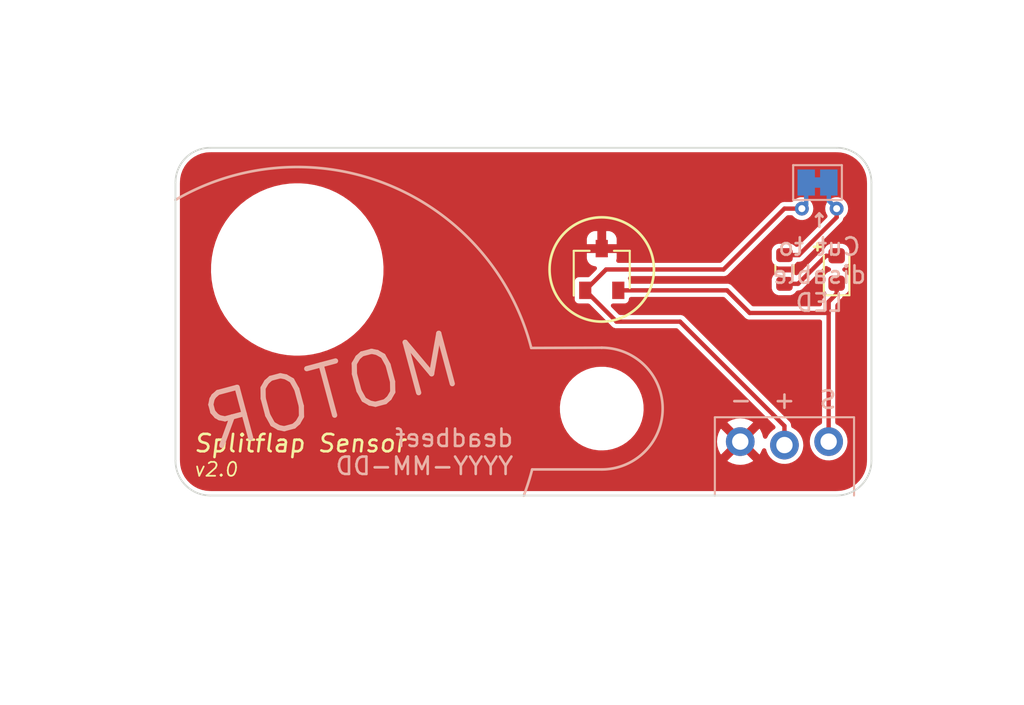
<source format=kicad_pcb>
(kicad_pcb (version 20211014) (generator pcbnew)
  (layers (0 "F.Cu" jumper) (31 "B.Cu" signal) (34 "B.Paste" user) (35 "F.Paste" user) (36 "B.SilkS" user "B.Silkscreen") (37 "F.SilkS" user "F.Silkscreen") (38 "B.Mask" user) (39 "F.Mask" user) (44 "Edge.Cuts" user))
  (property "COMMIT_DATE" "YYYY-MM-DD")
  (property "COMMIT_HASH" "deadbeef")
  (net 0 "")
  (net 1 "/SIGNAL")
  (net 2 "Net-(D1-Pad2)")
  (net 3 "VDD")
  (net 4 "GND")
  (net 5 "Net-(R1-Pad2)")
  (footprint "Resistor_SMD:R_0603_1608Metric" (layer "F.Cu") (at 128 100 90)
    (fp_text reference "R1" hide)
    (fp_text value "1k")
    (fp_line (start -0.237258 0.5225) (end 0.237258 0.5225) (layer "F.SilkS") (width 0.12))
    (fp_line (start -0.237258 -0.5225) (end 0.237258 -0.5225) (layer "F.SilkS") (width 0.12))
    (pad "1" smd roundrect (at -0.825 0 90) (size 0.8 0.95) (layers "F.Cu" "F.Paste" "F.Mask") (net 2 "Net-(D1-Pad2)"))
    (pad "2" smd roundrect (at 0.825 0 90) (size 0.8 0.95) (layers "F.Cu" "F.Paste" "F.Mask") (net 5 "Net-(R1-Pad2)"))
  )
  (footprint "MountingHole:MountingHole_4.3mm_M4_ISO7380" (layer "F.Cu") (at 117.5 108)
    (fp_text reference "H1" hide)
    (fp_text value "MountingHole")
    (pad "" np_thru_hole circle (at 0 0) (size 4.3 4.3) (drill 4.3) (layers *.Cu *.Mask))
  )
  (footprint "Package_TO_SOT_SMD:SOT-23W" (layer "F.Cu") (at 117.5 100 90)
    (fp_text reference "U1" hide)
    (fp_text value "HX6286")
    (fp_line (start 1.075 0.7) (end 1.075 1.61) (layer "F.SilkS") (width 0.12))
    (fp_line (start 1.075 -1.61) (end 1.075 -0.7) (layer "F.SilkS") (width 0.12))
    (fp_line (start -1.075 1.61) (end 1.075 1.61) (layer "F.SilkS") (width 0.12))
    (fp_line (start -1.5 -1.61) (end 1.075 -1.61) (layer "F.SilkS") (width 0.12))
    (pad "1" smd rect (at -1.2 -0.95 90) (size 1 0.7) (layers "F.Cu" "F.Paste" "F.Mask") (net 3 "VDD"))
    (pad "2" smd rect (at -1.2 0.95 90) (size 1 0.7) (layers "F.Cu" "F.Paste" "F.Mask") (net 1 "/SIGNAL"))
    (pad "3" smd rect (at 1.2 0 90) (size 1 0.7) (layers "F.Cu" "F.Paste" "F.Mask") (net 4 "GND"))
  )
  (footprint "sensor_smd_lib:hole_9.4" (layer "F.Cu") (at 100 100)
    (fp_text reference "H2" hide)
    (fp_text value "MountingHole")
    (pad "" np_thru_hole circle (at 0 0) (size 9.4 9.4) (drill 9.4) (layers F&B.Cu *.Mask))
  )
  (footprint "LED_SMD:LED_0603_1608Metric" (layer "F.Cu") (at 131 100 90)
    (fp_text reference "D1" hide)
    (fp_text value "LED RED")
    (fp_line (start -1.485 0.735) (end 0.8 0.735) (layer "F.SilkS") (width 0.12))
    (fp_line (start -1.485 -0.735) (end -1.485 0.735) (layer "F.SilkS") (width 0.12))
    (fp_line (start 0.8 -0.735) (end -1.485 -0.735) (layer "F.SilkS") (width 0.12))
    (pad "1" smd roundrect (at -0.7875 0 90) (size 0.875 0.95) (layers "F.Cu" "F.Paste" "F.Mask") (net 1 "/SIGNAL"))
    (pad "2" smd roundrect (at 0.7875 0 90) (size 0.875 0.95) (layers "F.Cu" "F.Paste" "F.Mask") (net 2 "Net-(D1-Pad2)"))
  )
  (footprint "sensor_smd_lib:header_3" (layer "B.Cu") (at 128 113 180)
    (fp_text reference "J1" hide)
    (fp_text value "HEADER MALE RA")
    (fp_line (start 4 4.5) (end 4 0) (layer "B.SilkS") (width 0.12))
    (fp_line (start -4 0) (end -4 4.5) (layer "B.SilkS") (width 0.12))
    (fp_line (start -4 4.5) (end 4 4.5) (layer "B.SilkS") (width 0.12))
    (pad "1" thru_hole circle (at -2.54 3.1 180) (size 1.65 1.65) (drill 0.94) (layers *.Cu *.Mask) (net 1 "/SIGNAL"))
    (pad "2" thru_hole circle (at 0 2.9 180) (size 1.65 1.65) (drill 0.94) (layers *.Cu *.Mask) (net 3 "VDD"))
    (pad "3" thru_hole circle (at 2.54 3.1 180) (size 1.65 1.65) (drill 0.94) (layers *.Cu *.Mask) (net 4 "GND"))
  )
  (footprint "sensor_smd_lib:SolderJumper-2_P1.3mm_Bridged_Pad1.0x1.5mm" (layer "B.Cu") (at 129.9 95)
    (fp_text reference "JP1" hide)
    (fp_text value "LED enable")
    (fp_poly (pts (xy -0.25 0.3) (xy 0.25 0.3) (xy 0.25 -0.3) (xy -0.25 -0.3)) (layer "B.Cu") (width 0) (fill solid))
    (fp_line (start -1.4 -1) (end -1.4 1) (layer "B.SilkS") (width 0.12))
    (fp_line (start 1.4 1) (end 1.4 -1) (layer "B.SilkS") (width 0.12))
    (fp_line (start -1.4 1) (end 1.4 1) (layer "B.SilkS") (width 0.12))
    (fp_line (start 1.4 -1) (end -1.4 -1) (layer "B.SilkS") (width 0.12))
    (pad "1" smd rect (at -0.65 0) (size 1 1.5) (layers "B.Cu" "B.Mask") (net 3 "VDD"))
    (pad "2" smd rect (at 0.65 0) (size 1 1.5) (layers "B.Cu" "B.Mask") (net 5 "Net-(R1-Pad2)"))
  )
  (gr_line (start 113.447842 104.513523) (end 117.5 104.5) (layer "B.SilkS") (width 0.15))
  (gr_line (start 113.499999 111.5) (end 117.5 111.5) (layer "B.SilkS") (width 0.15))
  (gr_arc (start 113.499999 111.5) (mid 113.279748 112.260078) (end 113.016741 113.006439) (layer "B.SilkS") (width 0.15))
  (gr_arc (start 117.5 104.5) (mid 121 108) (end 117.5 111.5) (layer "B.SilkS") (width 0.15))
  (gr_arc (start 93 96.000001) (mid 105.33982 95.174779) (end 113.447842 104.513523) (layer "B.SilkS") (width 0.15))
  (gr_line (start 129.9 98.5) (end 129.9 98.9) (layer "F.SilkS") (width 0.15))
  (gr_line (start 130.1 98.7) (end 129.7 98.7) (layer "F.SilkS") (width 0.15))
  (gr_circle (center 117.5 100) (end 120.5 100) (layer "F.SilkS") (width 0.15) (fill none))
  (gr_arc (start 93 95) (mid 93.585786 93.585786) (end 95 93) (layer "Edge.Cuts") (width 0.1))
  (gr_arc (start 133 111) (mid 132.414214 112.414214) (end 131 113) (layer "Edge.Cuts") (width 0.1))
  (gr_line (start 95 93) (end 131 93) (layer "Edge.Cuts") (width 0.1))
  (gr_line (start 133 95) (end 133 111) (layer "Edge.Cuts") (width 0.1))
  (gr_line (start 95 113) (end 131 113) (layer "Edge.Cuts") (width 0.1))
  (gr_line (start 93 95) (end 93 111) (layer "Edge.Cuts") (width 0.1))
  (gr_arc (start 131 93) (mid 132.414214 93.585786) (end 133 95) (layer "Edge.Cuts") (width 0.1))
  (gr_arc (start 95 113) (mid 93.585786 112.414214) (end 93 111) (layer "Edge.Cuts") (width 0.1))
  (gr_text "S" (at 130.5 107.5) (layer "B.SilkS") (effects (font (size 1 1)) (justify mirror)))
  (gr_text "MOTOR" (at 102 107 15) (layer "B.SilkS") (effects (font (size 3 3) (thickness 0.3)) (justify mirror)))
  (gr_text "${COMMIT_HASH}\n${COMMIT_DATE}" (at 112.5 110.5) (layer "B.SilkS") (effects (font (size 1 1)) (justify left mirror)))
  (gr_text "-" (at 125.5 107.5) (layer "B.SilkS") (effects (font (size 1 1)) (justify mirror)))
  (gr_text "+" (at 128 107.5) (layer "B.SilkS") (effects (font (size 1 1)) (justify mirror)))
  (gr_text "↑\nCut to\ndisable\nLED" (at 130 99.5) (layer "B.SilkS") (effects (font (size 1 1)) (justify mirror)))
  (gr_text "Splitflap Sensor" (at 94 110) (layer "F.SilkS") (effects (font (size 1 1) (thickness 0.15) italic) (justify left)))
  (gr_text "v2.0" (at 94 111.5) (layer "F.SilkS") (effects (font (size 0.8 0.8) (thickness 0.1) italic) (justify left)))
  (segment (start 131 100.7875) (end 131 101.39375) (width 0.25) (layer "F.Cu") (net 1))
  (segment (start 130.54 101.85375) (end 130.54 109.9) (width 0.25) (layer "F.Cu") (net 1))
  (segment (start 124.7 101.2) (end 126 102.5) (width 0.25) (layer "F.Cu") (net 1))
  (segment (start 118.45 101.2) (end 124.7 101.2) (width 0.25) (layer "F.Cu") (net 1))
  (segment (start 131 101.39375) (end 130.54 101.85375) (width 0.25) (layer "F.Cu") (net 1))
  (segment (start 126 102.5) (end 130.54 102.5) (width 0.25) (layer "F.Cu") (net 1))
  (segment (start 128.78125 100.825) (end 130.39375 99.2125) (width 0.25) (layer "F.Cu") (net 2))
  (segment (start 130.39375 99.2125) (end 131 99.2125) (width 0.25) (layer "F.Cu") (net 2))
  (segment (start 128 100.825) (end 128.78125 100.825) (width 0.25) (layer "F.Cu") (net 2))
  (segment (start 116.55 101.2) (end 117.75 100) (width 0.25) (layer "F.Cu") (net 3))
  (segment (start 128 109) (end 128 110.1) (width 0.25) (layer "F.Cu") (net 3))
  (segment (start 118.35 103) (end 122 103) (width 0.25) (layer "F.Cu") (net 3))
  (segment (start 122 103) (end 128 109) (width 0.25) (layer "F.Cu") (net 3))
  (segment (start 128 96.5) (end 129 96.5) (width 0.25) (layer "F.Cu") (net 3))
  (segment (start 117.75 100) (end 124.5 100) (width 0.25) (layer "F.Cu") (net 3))
  (segment (start 124.5 100) (end 128 96.5) (width 0.25) (layer "F.Cu") (net 3))
  (segment (start 116.55 101.2) (end 118.35 103) (width 0.25) (layer "F.Cu") (net 3))
  (via (at 129 96.5) (size 0.8) (drill 0.4) (layers "F.Cu" "B.Cu") (net 3))
  (segment (start 129.25 95) (end 129.25 96.25) (width 0.25) (layer "B.Cu") (net 3))
  (segment (start 129.25 96.25) (end 129 96.5) (width 0.25) (layer "B.Cu") (net 3))
  (segment (start 128 99.175) (end 128.825 99.175) (width 0.25) (layer "F.Cu") (net 5))
  (segment (start 128.825 99.175) (end 131 97) (width 0.25) (layer "F.Cu") (net 5))
  (segment (start 131 97) (end 131 96.5) (width 0.25) (layer "F.Cu") (net 5))
  (via (at 131 96.5) (size 0.8) (drill 0.4) (layers "F.Cu" "B.Cu") (net 5))
  (segment (start 130.55 95) (end 130.55 96.05) (width 0.25) (layer "B.Cu") (net 5))
  (segment (start 130.55 96.05) (end 131 96.5) (width 0.25) (layer "B.Cu") (net 5))
  (zone (net 4) (net_name "GND") (layer "F.Cu") (connect_pads (clearance 0.254)) (min_thickness 0.254) (fill yes (thermal_gap 0.508) (thermal_bridge_width 0.508))
    (polygon (pts (xy 133 113) (xy 93 113) (xy 93 93) (xy 133 93)))
  )
)
</source>
